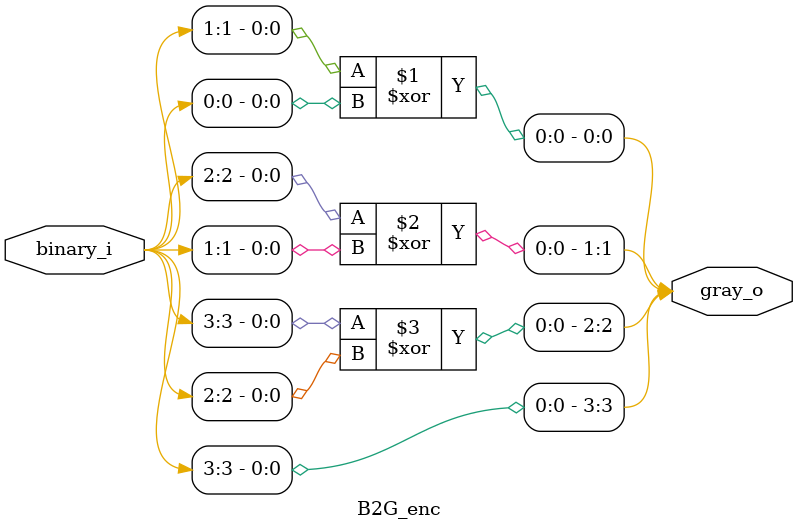
<source format=sv>
module B2G_enc #(
    input_size = 4
) (
    input [input_size-1:0] binary_i,
    output [input_size-1:0] gray_o
);
genvar i;
    
assign gray_o[input_size-1] = binary_i[input_size-1];

generate
    for (i = 0; i <= input_size-2; i++) begin
        assign gray_o[i] = binary_i[i+1] ^ binary_i[i];
    end
endgenerate
    
endmodule
</source>
